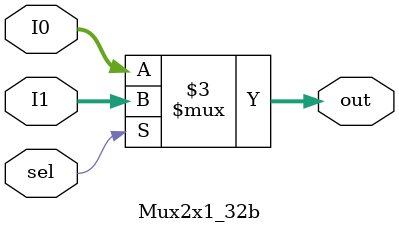
<source format=v>
`timescale 1ns / 1ps

module Mux2x1_32b(
    input [31:0] I0,
    input [31:0] I1,
    input sel,
    output reg [31:0] out
    );

always @ (*)
begin
	if(sel)
		out = I1;
	else
		out = I0;
end

endmodule

</source>
